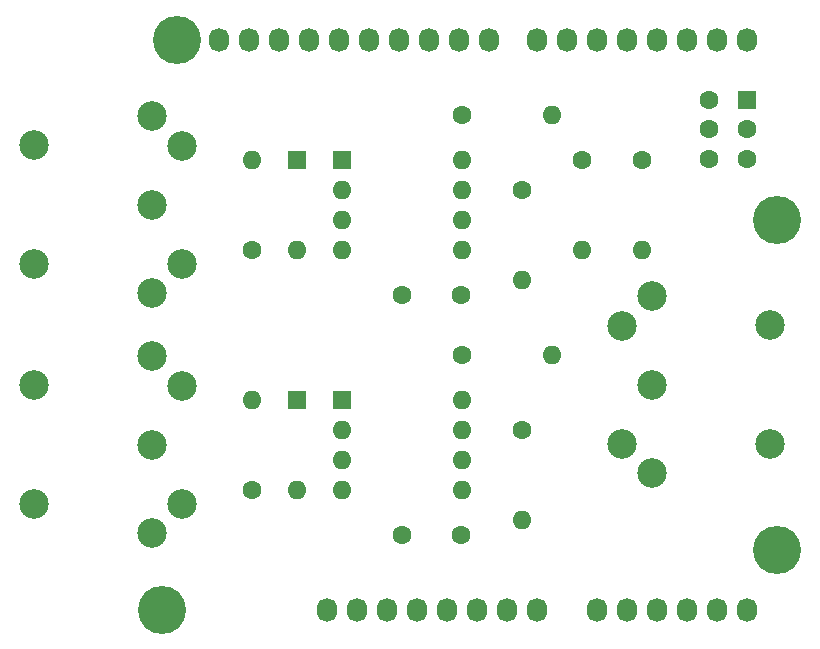
<source format=gbr>
%TF.GenerationSoftware,KiCad,Pcbnew,(6.0.5)*%
%TF.CreationDate,2022-06-13T14:52:16+01:00*%
%TF.ProjectId,ArduinoUnoMIDIMergeShield,41726475-696e-46f5-956e-6f4d4944494d,rev?*%
%TF.SameCoordinates,Original*%
%TF.FileFunction,Soldermask,Top*%
%TF.FilePolarity,Negative*%
%FSLAX46Y46*%
G04 Gerber Fmt 4.6, Leading zero omitted, Abs format (unit mm)*
G04 Created by KiCad (PCBNEW (6.0.5)) date 2022-06-13 14:52:16*
%MOMM*%
%LPD*%
G01*
G04 APERTURE LIST*
%ADD10O,1.727200X2.032000*%
%ADD11C,4.064000*%
%ADD12R,1.600000X1.600000*%
%ADD13O,1.600000X1.600000*%
%ADD14C,2.499360*%
%ADD15C,1.600000*%
G04 APERTURE END LIST*
D10*
%TO.C,P1*%
X138938000Y-123825000D03*
X141478000Y-123825000D03*
X144018000Y-123825000D03*
X146558000Y-123825000D03*
X149098000Y-123825000D03*
X151638000Y-123825000D03*
X154178000Y-123825000D03*
X156718000Y-123825000D03*
%TD*%
%TO.C,P2*%
X161798000Y-123825000D03*
X164338000Y-123825000D03*
X166878000Y-123825000D03*
X169418000Y-123825000D03*
X171958000Y-123825000D03*
X174498000Y-123825000D03*
%TD*%
%TO.C,P3*%
X129794000Y-75565000D03*
X132334000Y-75565000D03*
X134874000Y-75565000D03*
X137414000Y-75565000D03*
X139954000Y-75565000D03*
X142494000Y-75565000D03*
X145034000Y-75565000D03*
X147574000Y-75565000D03*
X150114000Y-75565000D03*
X152654000Y-75565000D03*
%TD*%
%TO.C,P4*%
X156718000Y-75565000D03*
X159258000Y-75565000D03*
X161798000Y-75565000D03*
X164338000Y-75565000D03*
X166878000Y-75565000D03*
X169418000Y-75565000D03*
X171958000Y-75565000D03*
X174498000Y-75565000D03*
%TD*%
D11*
%TO.C,P5*%
X124968000Y-123825000D03*
%TD*%
%TO.C,P6*%
X177038000Y-118745000D03*
%TD*%
%TO.C,P7*%
X126238000Y-75565000D03*
%TD*%
%TO.C,P8*%
X177038000Y-90805000D03*
%TD*%
D12*
%TO.C,D1*%
X136398000Y-85725000D03*
D13*
X136398000Y-93345000D03*
%TD*%
D12*
%TO.C,D2*%
X136398000Y-106045000D03*
D13*
X136398000Y-113665000D03*
%TD*%
D14*
%TO.C,IN1*%
X114160300Y-84533740D03*
X114160300Y-94536260D03*
X124155200Y-97033080D03*
X124157740Y-89535000D03*
X124155200Y-82036920D03*
X126657100Y-94531180D03*
X126657100Y-84538820D03*
%TD*%
%TO.C,IN2*%
X114160300Y-114856260D03*
X114160300Y-104853740D03*
X124155200Y-117353080D03*
X124157740Y-109855000D03*
X124155200Y-102356920D03*
X126657100Y-114851180D03*
X126657100Y-104858820D03*
%TD*%
%TO.C,OUT1*%
X176415700Y-99773740D03*
X176415700Y-109776260D03*
X166420800Y-97276920D03*
X166418260Y-104775000D03*
X166420800Y-112273080D03*
X163918900Y-99778820D03*
X163918900Y-109771180D03*
%TD*%
D15*
%TO.C,R1*%
X132588000Y-93345000D03*
D13*
X132588000Y-85725000D03*
%TD*%
D15*
%TO.C,R2*%
X132588000Y-113665000D03*
D13*
X132588000Y-106045000D03*
%TD*%
D15*
%TO.C,R3*%
X155448000Y-88265000D03*
D13*
X155448000Y-95885000D03*
%TD*%
D15*
%TO.C,R4*%
X155448000Y-108585000D03*
D13*
X155448000Y-116205000D03*
%TD*%
D15*
%TO.C,R5*%
X150368000Y-81915000D03*
D13*
X157988000Y-81915000D03*
%TD*%
D15*
%TO.C,R6*%
X150368000Y-102235000D03*
D13*
X157988000Y-102235000D03*
%TD*%
D15*
%TO.C,R7*%
X160528000Y-85725000D03*
D13*
X160528000Y-93345000D03*
%TD*%
D15*
%TO.C,R8*%
X165608000Y-85725000D03*
D13*
X165608000Y-93345000D03*
%TD*%
D12*
%TO.C,SW1*%
X174498000Y-80645000D03*
D15*
X174498000Y-83145000D03*
X174498000Y-85645000D03*
X171298000Y-80645000D03*
X171298000Y-83145000D03*
X171298000Y-85645000D03*
%TD*%
D12*
%TO.C,6N138*%
X140208000Y-85725000D03*
D13*
X140208000Y-88265000D03*
X140208000Y-90805000D03*
X140208000Y-93345000D03*
X150368000Y-93345000D03*
X150368000Y-90805000D03*
X150368000Y-88265000D03*
X150368000Y-85725000D03*
%TD*%
D12*
%TO.C,6N138*%
X140208000Y-106045000D03*
D13*
X140208000Y-108585000D03*
X140208000Y-111125000D03*
X140208000Y-113665000D03*
X150368000Y-113665000D03*
X150368000Y-111125000D03*
X150368000Y-108585000D03*
X150368000Y-106045000D03*
%TD*%
D15*
%TO.C,C1*%
X145288000Y-97155000D03*
X150288000Y-97155000D03*
%TD*%
%TO.C,C2*%
X145288000Y-117475000D03*
X150288000Y-117475000D03*
%TD*%
M02*

</source>
